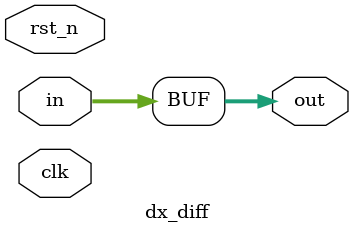
<source format=v>
`define PORT_SIZE 32
`define COL_WIDTH 2
`define ROW_NUM 48

module gap_tv(
	clk,
	rst_n,
	f_num,
	// BRAMs
	ren,
	raddr,
	din,
	wen,
	waddr,
	dout
);

	input clk, rst_n;
	input [6:0] f_num;
	input [`PORT_SIZE*16-1:0] din;
	output ren, wen;
	output [7:0] raddr, waddr;
	output [`PORT_SIZE*16-1:0] dout;

	reg dx_diff_rst_n;
	reg [7:0] dx_diff_addr_row, dx_diff_addr_col;
	dx_diff dx1(clk, rst_n & dx_diff_rst_n, din, dout);

	always @(posedge clk)
		begin
			if (rst_n == 0)
				begin
					dx_diff_rst_n <= 0;
					dx_diff_addr_row <= 0;
					dx_diff_addr_col <= `COL_WIDTH - 1;
				end
			else if (dx_diff_addr_col == 0 && dx_diff_addr_row == (`ROW_NUM - 1))
				begin
					dx_diff_rst_n <= 0;
					dx_diff_addr_row <= 0;
					dx_diff_addr_col <= `COL_WIDTH - 1;
				end
			else if (dx_diff_addr_col == 0)
				begin
					dx_diff_rst_n <= 0;
					dx_diff_addr_row <= dx_diff_addr_row + 1;
					dx_diff_addr_col <= `COL_WIDTH - 1;
				end
			else
				dx_diff_addr_col <= dx_diff_addr_col - 1;
		end

	assign raddr = dx_diff_addr_row * `COL_WIDTH + dx_diff_addr_col;
	assign waddr = dx_diff_addr_row * `COL_WIDTH + dx_diff_addr_col;

endmodule

module dx_diff(
	clk,
	rst_n,
	in,
	out
);

	input clk, rst_n;
	input [`PORT_SIZE*16-1:0] in;
	output [`PORT_SIZE*16-1:0] out;

	assign out = in;

	reg [15:0] prev;

	// make in, out array

	// always @(posedge clk)
	// 	begin
	// 		if (rst_n == 0)
	// 			prev <= 16'b0;
	// 		else
	// 			begin
	// 				for (i = 0; i < `PORT_SIZE - 1; i=i+1)
	// 					out[i] <= in[i+1] - in[i];
	// 				out[`PORT_SIZE-1] <= prev - in[`PORT_SIZE-1];
	// 				prev <= in[0];
	// 			end
	// 	end
	
endmodule
</source>
